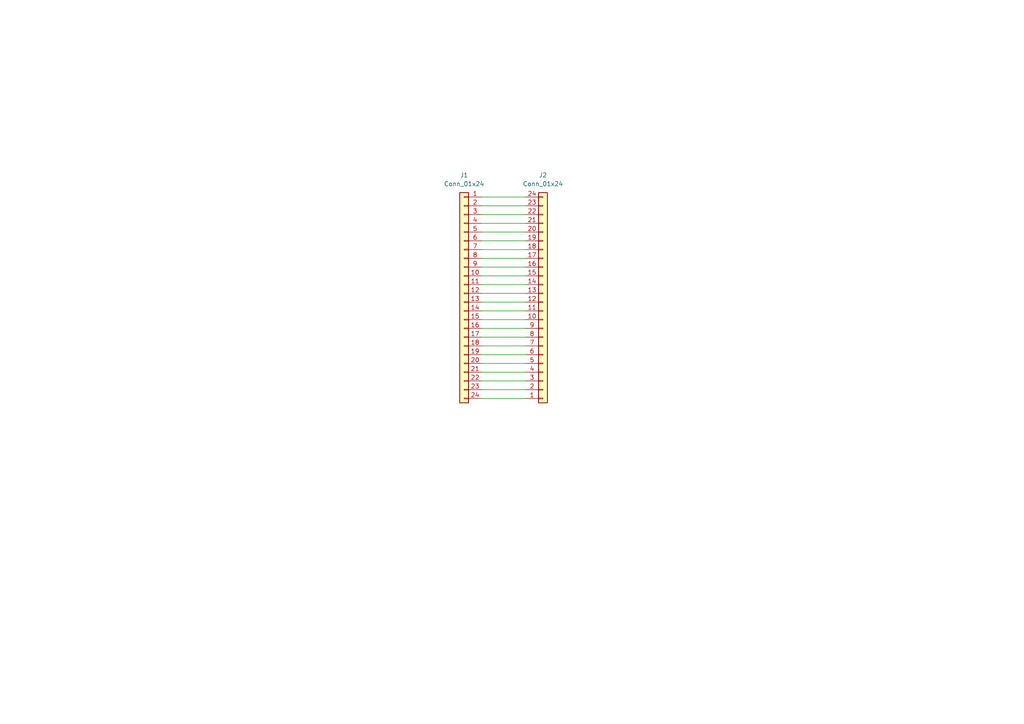
<source format=kicad_sch>
(kicad_sch (version 20211123) (generator eeschema)
  (paper "A4")
  (lib_symbols
    (symbol "Connector_Generic:Conn_01x24" (pin_names (offset 1.016) hide)
      (property "Reference" "J" (at 0 30.48 0))
      (property "Value" "Conn_01x24" (at 0 -33.02 0))
      (symbol "Conn_01x24_1_1"
        (rectangle (start -1.27 -30.353) (end 0 -30.607) (stroke (width 0.1524)))
        (rectangle (start -1.27 -27.813) (end 0 -28.067) (stroke (width 0.1524)))
        (rectangle (start -1.27 -25.273) (end 0 -25.527) (stroke (width 0.1524)))
        (rectangle (start -1.27 -22.733) (end 0 -22.987) (stroke (width 0.1524)))
        (rectangle (start -1.27 -20.193) (end 0 -20.447) (stroke (width 0.1524)))
        (rectangle (start -1.27 -17.653) (end 0 -17.907) (stroke (width 0.1524)))
        (rectangle (start -1.27 -15.113) (end 0 -15.367) (stroke (width 0.1524)))
        (rectangle (start -1.27 -12.573) (end 0 -12.827) (stroke (width 0.1524)))
        (rectangle (start -1.27 -10.033) (end 0 -10.287) (stroke (width 0.1524)))
        (rectangle (start -1.27 -7.493) (end 0 -7.747) (stroke (width 0.1524)))
        (rectangle (start -1.27 -4.953) (end 0 -5.207) (stroke (width 0.1524)))
        (rectangle (start -1.27 -2.413) (end 0 -2.667) (stroke (width 0.1524)))
        (rectangle (start -1.27 0.127) (end 0 -0.127) (stroke (width 0.1524)))
        (rectangle (start -1.27 2.667) (end 0 2.413) (stroke (width 0.1524)))
        (rectangle (start -1.27 5.207) (end 0 4.953) (stroke (width 0.1524)))
        (rectangle (start -1.27 7.747) (end 0 7.493) (stroke (width 0.1524)))
        (rectangle (start -1.27 10.287) (end 0 10.033) (stroke (width 0.1524)))
        (rectangle (start -1.27 12.827) (end 0 12.573) (stroke (width 0.1524)))
        (rectangle (start -1.27 15.367) (end 0 15.113) (stroke (width 0.1524)))
        (rectangle (start -1.27 17.907) (end 0 17.653) (stroke (width 0.1524)))
        (rectangle (start -1.27 20.447) (end 0 20.193) (stroke (width 0.1524)))
        (rectangle (start -1.27 22.987) (end 0 22.733) (stroke (width 0.1524)))
        (rectangle (start -1.27 25.527) (end 0 25.273) (stroke (width 0.1524)))
        (rectangle (start -1.27 28.067) (end 0 27.813) (stroke (width 0.1524)))
        (rectangle (start -1.27 29.21) (end 1.27 -31.75) (stroke (width 0.254)) (fill (type background)))
        (pin passive line (at -5.08 27.94 0) (length 3.81) (name "Pin_1") (number "1"))
        (pin passive line (at -5.08 5.08 0) (length 3.81) (name "Pin_10") (number "10"))
        (pin passive line (at -5.08 2.54 0) (length 3.81) (name "Pin_11") (number "11"))
        (pin passive line (at -5.08 0 0) (length 3.81) (name "Pin_12") (number "12"))
        (pin passive line (at -5.08 -2.54 0) (length 3.81) (name "Pin_13") (number "13"))
        (pin passive line (at -5.08 -5.08 0) (length 3.81) (name "Pin_14") (number "14"))
        (pin passive line (at -5.08 -7.62 0) (length 3.81) (name "Pin_15") (number "15"))
        (pin passive line (at -5.08 -10.16 0) (length 3.81) (name "Pin_16") (number "16"))
        (pin passive line (at -5.08 -12.7 0) (length 3.81) (name "Pin_17") (number "17"))
        (pin passive line (at -5.08 -15.24 0) (length 3.81) (name "Pin_18") (number "18"))
        (pin passive line (at -5.08 -17.78 0) (length 3.81) (name "Pin_19") (number "19"))
        (pin passive line (at -5.08 25.4 0) (length 3.81) (name "Pin_2") (number "2"))
        (pin passive line (at -5.08 -20.32 0) (length 3.81) (name "Pin_20") (number "20"))
        (pin passive line (at -5.08 -22.86 0) (length 3.81) (name "Pin_21") (number "21"))
        (pin passive line (at -5.08 -25.4 0) (length 3.81) (name "Pin_22") (number "22"))
        (pin passive line (at -5.08 -27.94 0) (length 3.81) (name "Pin_23") (number "23"))
        (pin passive line (at -5.08 -30.48 0) (length 3.81) (name "Pin_24") (number "24"))
        (pin passive line (at -5.08 22.86 0) (length 3.81) (name "Pin_3") (number "3"))
        (pin passive line (at -5.08 20.32 0) (length 3.81) (name "Pin_4") (number "4"))
        (pin passive line (at -5.08 17.78 0) (length 3.81) (name "Pin_5") (number "5"))
        (pin passive line (at -5.08 15.24 0) (length 3.81) (name "Pin_6") (number "6"))
        (pin passive line (at -5.08 12.7 0) (length 3.81) (name "Pin_7") (number "7"))
        (pin passive line (at -5.08 10.16 0) (length 3.81) (name "Pin_8") (number "8"))
        (pin passive line (at -5.08 7.62 0) (length 3.81) (name "Pin_9") (number "9"))
      )
    )
  )
  (wire (pts (xy 139.7 97.79) (xy 152.4 97.79)))
  (wire (pts (xy 139.7 74.93) (xy 152.4 74.93)))
  (wire (pts (xy 139.7 102.87) (xy 152.4 102.87)))
  (wire (pts (xy 139.7 72.39) (xy 152.4 72.39)))
  (wire (pts (xy 139.7 87.63) (xy 152.4 87.63)))
  (wire (pts (xy 139.7 67.31) (xy 152.4 67.31)))
  (wire (pts (xy 139.7 105.41) (xy 152.4 105.41)))
  (wire (pts (xy 139.7 82.55) (xy 152.4 82.55)))
  (wire (pts (xy 139.7 100.33) (xy 152.4 100.33)))
  (wire (pts (xy 139.7 110.49) (xy 152.4 110.49)))
  (wire (pts (xy 139.7 115.57) (xy 152.4 115.57)))
  (wire (pts (xy 139.7 57.15) (xy 152.4 57.15)))
  (wire (pts (xy 139.7 90.17) (xy 152.4 90.17)))
  (wire (pts (xy 139.7 59.69) (xy 152.4 59.69)))
  (wire (pts (xy 139.7 113.03) (xy 152.4 113.03)))
  (wire (pts (xy 139.7 107.95) (xy 152.4 107.95)))
  (wire (pts (xy 139.7 85.09) (xy 152.4 85.09)))
  (wire (pts (xy 139.7 69.85) (xy 152.4 69.85)))
  (wire (pts (xy 139.7 64.77) (xy 152.4 64.77)))
  (wire (pts (xy 139.7 95.25) (xy 152.4 95.25)))
  (wire (pts (xy 139.7 92.71) (xy 152.4 92.71)))
  (wire (pts (xy 139.7 62.23) (xy 152.4 62.23)))
  (wire (pts (xy 139.7 80.01) (xy 152.4 80.01)))
  (wire (pts (xy 139.7 77.47) (xy 152.4 77.47)))
  (symbol (lib_id "Connector_Generic:Conn_01x24") (at 134.62 85.09 0) (mirror y) (unit 1)
    (property "Reference" "J1" (at 134.62 50.8 0))
    (property "Value" "Conn_01x24" (at 134.62 53.34 0))
    (property "Footprint" "Connector_FFC-FPC:Hirose_FH12-24S-0.5SH_1x24-1MP_P0.50mm_Horizontal" (effects hide))
  )
  (symbol (lib_id "Connector_Generic:Conn_01x24") (at 157.48 87.63 0) (mirror x) (unit 1)
    (property "Reference" "J2" (at 157.48 50.8 0))
    (property "Value" "Conn_01x24" (at 157.48 53.34 0))
    (property "Footprint" "Connector_FFC-FPC:Hirose_FH12-24S-0.5SH_1x24-1MP_P0.50mm_Horizontal" (effects hide))
  )
)
</source>
